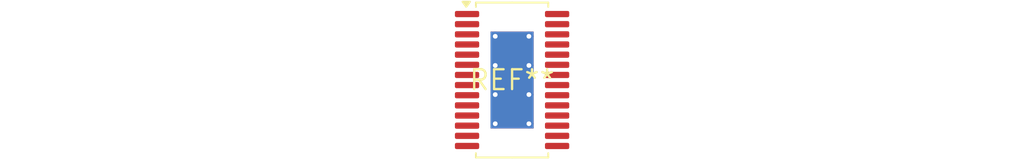
<source format=kicad_pcb>
(kicad_pcb (version 20240108) (generator pcbnew)
  (layers (0 "F.Cu" signal) (31 "B.Cu" signal) (34 "B.Paste" user) (35 "F.Paste" user) (36 "B.SilkS" user "B.Silkscreen") (37 "F.SilkS" user "F.Silkscreen") (38 "B.Mask" user) (39 "F.Mask" user) (44 "Edge.Cuts" user))
  (net 0 "")
  (footprint "HTSSOP-28-1EP_4.4x9.7mm_P0.65mm_EP2.75x6.2mm_ThermalVias" (layer "F.Cu") (at 0 0)
    (property "Reference" "REF**")
    (property "Value" "HTSSOP-28-1EP_4.4x9.7mm_P0.65mm_EP2.75x6.2mm_ThermalVias")
    (fp_line (start -2.31 -4.96) (end -2.31 -4.685) (layer "F.SilkS") (stroke (width 0.12)))
    (fp_line (start -2.31 4.96) (end -2.31 4.685) (layer "F.SilkS") (stroke (width 0.12)))
    (fp_line (start 0 -4.96) (end -2.31 -4.96) (layer "F.SilkS") (stroke (width 0.12)))
    (fp_line (start 0 -4.96) (end 2.31 -4.96) (layer "F.SilkS") (stroke (width 0.12)))
    (fp_line (start 0 4.96) (end -2.31 4.96) (layer "F.SilkS") (stroke (width 0.12)))
    (fp_line (start 0 4.96) (end 2.31 4.96) (layer "F.SilkS") (stroke (width 0.12)))
    (fp_line (start 2.31 -4.96) (end 2.31 -4.685) (layer "F.SilkS") (stroke (width 0.12)))
    (fp_line (start 2.31 4.96) (end 2.31 4.685) (layer "F.SilkS") (stroke (width 0.12)))
    (fp_poly (pts (xy -2.925 -4.685) (xy -3.165 -5.015) (xy -2.685 -5.015) (xy -2.925 -4.685)) (layer "F.SilkS") (stroke (width 0.12)) (fill solid))
    (pad "1" smd roundrect (at -2.875 -4.225) (size 1.55 0.4) (layers "F.Cu" "F.Paste" "F.Mask"))
    (pad "2" smd roundrect (at -2.875 -3.575) (size 1.55 0.4) (layers "F.Cu" "F.Paste" "F.Mask"))
    (pad "3" smd roundrect (at -2.875 -2.925) (size 1.55 0.4) (layers "F.Cu" "F.Paste" "F.Mask"))
    (pad "4" smd roundrect (at -2.875 -2.275) (size 1.55 0.4) (layers "F.Cu" "F.Paste" "F.Mask"))
    (pad "5" smd roundrect (at -2.875 -1.625) (size 1.55 0.4) (layers "F.Cu" "F.Paste" "F.Mask"))
    (pad "6" smd roundrect (at -2.875 -0.975) (size 1.55 0.4) (layers "F.Cu" "F.Paste" "F.Mask"))
    (pad "7" smd roundrect (at -2.875 -0.325) (size 1.55 0.4) (layers "F.Cu" "F.Paste" "F.Mask"))
    (pad "8" smd roundrect (at -2.875 0.325) (size 1.55 0.4) (layers "F.Cu" "F.Paste" "F.Mask"))
    (pad "9" smd roundrect (at -2.875 0.975) (size 1.55 0.4) (layers "F.Cu" "F.Paste" "F.Mask"))
    (pad "10" smd roundrect (at -2.875 1.625) (size 1.55 0.4) (layers "F.Cu" "F.Paste" "F.Mask"))
    (pad "11" smd roundrect (at -2.875 2.275) (size 1.55 0.4) (layers "F.Cu" "F.Paste" "F.Mask"))
    (pad "12" smd roundrect (at -2.875 2.925) (size 1.55 0.4) (layers "F.Cu" "F.Paste" "F.Mask"))
    (pad "13" smd roundrect (at -2.875 3.575) (size 1.55 0.4) (layers "F.Cu" "F.Paste" "F.Mask"))
    (pad "14" smd roundrect (at -2.875 4.225) (size 1.55 0.4) (layers "F.Cu" "F.Paste" "F.Mask"))
    (pad "15" smd roundrect (at 2.875 4.225) (size 1.55 0.4) (layers "F.Cu" "F.Paste" "F.Mask"))
    (pad "16" smd roundrect (at 2.875 3.575) (size 1.55 0.4) (layers "F.Cu" "F.Paste" "F.Mask"))
    (pad "17" smd roundrect (at 2.875 2.925) (size 1.55 0.4) (layers "F.Cu" "F.Paste" "F.Mask"))
    (pad "18" smd roundrect (at 2.875 2.275) (size 1.55 0.4) (layers "F.Cu" "F.Paste" "F.Mask"))
    (pad "19" smd roundrect (at 2.875 1.625) (size 1.55 0.4) (layers "F.Cu" "F.Paste" "F.Mask"))
    (pad "20" smd roundrect (at 2.875 0.975) (size 1.55 0.4) (layers "F.Cu" "F.Paste" "F.Mask"))
    (pad "21" smd roundrect (at 2.875 0.325) (size 1.55 0.4) (layers "F.Cu" "F.Paste" "F.Mask"))
    (pad "22" smd roundrect (at 2.875 -0.325) (size 1.55 0.4) (layers "F.Cu" "F.Paste" "F.Mask"))
    (pad "23" smd roundrect (at 2.875 -0.975) (size 1.55 0.4) (layers "F.Cu" "F.Paste" "F.Mask"))
    (pad "24" smd roundrect (at 2.875 -1.625) (size 1.55 0.4) (layers "F.Cu" "F.Paste" "F.Mask"))
    (pad "25" smd roundrect (at 2.875 -2.275) (size 1.55 0.4) (layers "F.Cu" "F.Paste" "F.Mask"))
    (pad "26" smd roundrect (at 2.875 -2.925) (size 1.55 0.4) (layers "F.Cu" "F.Paste" "F.Mask"))
    (pad "27" smd roundrect (at 2.875 -3.575) (size 1.55 0.4) (layers "F.Cu" "F.Paste" "F.Mask"))
    (pad "28" smd roundrect (at 2.875 -4.225) (size 1.55 0.4) (layers "F.Cu" "F.Paste" "F.Mask"))
    (pad "29" thru_hole circle (at -1.075 -2.8) (size 0.6 0.6) (drill 0.3) (property pad_prop_heatsink) (layers *.Cu) (remove_unused_layers))
    (pad "29" thru_hole circle (at -1.075 -0.933333) (size 0.6 0.6) (drill 0.3) (property pad_prop_heatsink) (layers *.Cu) (remove_unused_layers))
    (pad "29" thru_hole circle (at -1.075 0.933333) (size 0.6 0.6) (drill 0.3) (property pad_prop_heatsink) (layers *.Cu) (remove_unused_layers))
    (pad "29" thru_hole circle (at -1.075 2.8) (size 0.6 0.6) (drill 0.3) (property pad_prop_heatsink) (layers *.Cu) (remove_unused_layers))
    (pad "29" smd rect (at 0 0) (size 2.75 6.2) (property pad_prop_heatsink) (layers "F.Cu" "F.Mask"))
    (pad "29" smd rect (at 0 0) (size 2.75 6.2) (property pad_prop_heatsink) (layers "B.Cu"))
    (pad "29" thru_hole circle (at 1.075 -2.8) (size 0.6 0.6) (drill 0.3) (property pad_prop_heatsink) (layers *.Cu) (remove_unused_layers))
    (pad "29" thru_hole circle (at 1.075 -0.933333) (size 0.6 0.6) (drill 0.3) (property pad_prop_heatsink) (layers *.Cu) (remove_unused_layers))
    (pad "29" thru_hole circle (at 1.075 0.933333) (size 0.6 0.6) (drill 0.3) (property pad_prop_heatsink) (layers *.Cu) (remove_unused_layers))
    (pad "29" thru_hole circle (at 1.075 2.8) (size 0.6 0.6) (drill 0.3) (property pad_prop_heatsink) (layers *.Cu) (remove_unused_layers))
  )
)
</source>
